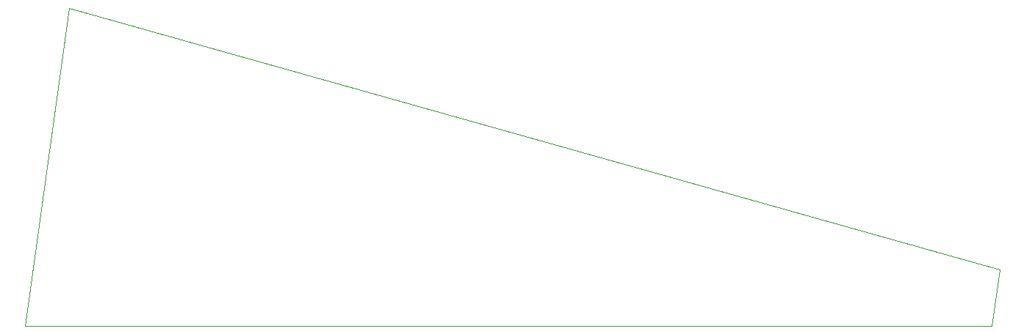
<source format=gbr>
%TF.GenerationSoftware,KiCad,Pcbnew,(6.0.6)*%
%TF.CreationDate,2022-09-18T10:39:24-04:00*%
%TF.ProjectId,tier1,74696572-312e-46b6-9963-61645f706362,rev?*%
%TF.SameCoordinates,Original*%
%TF.FileFunction,Profile,NP*%
%FSLAX46Y46*%
G04 Gerber Fmt 4.6, Leading zero omitted, Abs format (unit mm)*
G04 Created by KiCad (PCBNEW (6.0.6)) date 2022-09-18 10:39:24*
%MOMM*%
%LPD*%
G01*
G04 APERTURE LIST*
%TA.AperFunction,Profile*%
%ADD10C,0.100000*%
%TD*%
G04 APERTURE END LIST*
D10*
X95193806Y-75257563D02*
X202470000Y-105510000D01*
X90116593Y-111967712D02*
X95193806Y-75257563D01*
X201576863Y-111967712D02*
X90116593Y-111967712D01*
X202470000Y-105510000D02*
X201576863Y-111967712D01*
M02*

</source>
